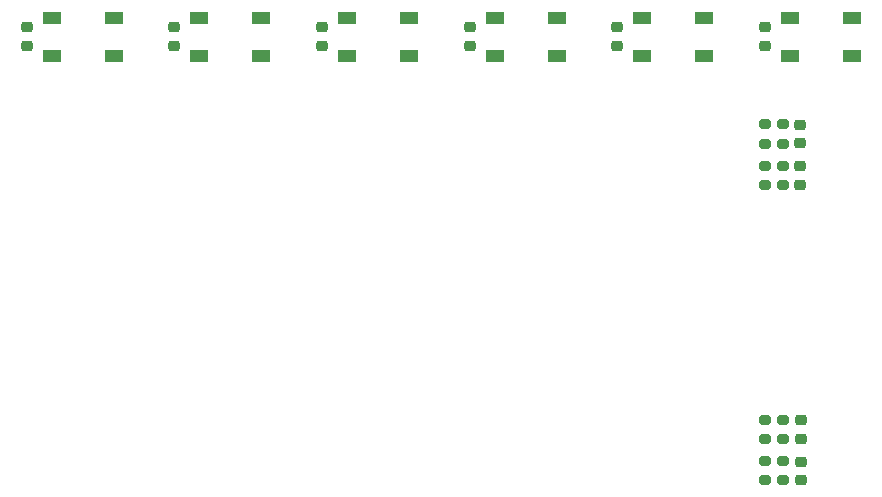
<source format=gbp>
G04 #@! TF.GenerationSoftware,KiCad,Pcbnew,8.0.4*
G04 #@! TF.CreationDate,2024-09-21T08:46:09+10:00*
G04 #@! TF.ProjectId,hsa_r0,6873615f-7230-42e6-9b69-6361645f7063,rev?*
G04 #@! TF.SameCoordinates,Original*
G04 #@! TF.FileFunction,Paste,Bot*
G04 #@! TF.FilePolarity,Positive*
%FSLAX46Y46*%
G04 Gerber Fmt 4.6, Leading zero omitted, Abs format (unit mm)*
G04 Created by KiCad (PCBNEW 8.0.4) date 2024-09-21 08:46:09*
%MOMM*%
%LPD*%
G01*
G04 APERTURE LIST*
G04 Aperture macros list*
%AMRoundRect*
0 Rectangle with rounded corners*
0 $1 Rounding radius*
0 $2 $3 $4 $5 $6 $7 $8 $9 X,Y pos of 4 corners*
0 Add a 4 corners polygon primitive as box body*
4,1,4,$2,$3,$4,$5,$6,$7,$8,$9,$2,$3,0*
0 Add four circle primitives for the rounded corners*
1,1,$1+$1,$2,$3*
1,1,$1+$1,$4,$5*
1,1,$1+$1,$6,$7*
1,1,$1+$1,$8,$9*
0 Add four rect primitives between the rounded corners*
20,1,$1+$1,$2,$3,$4,$5,0*
20,1,$1+$1,$4,$5,$6,$7,0*
20,1,$1+$1,$6,$7,$8,$9,0*
20,1,$1+$1,$8,$9,$2,$3,0*%
G04 Aperture macros list end*
%ADD10RoundRect,0.200000X-0.275000X0.200000X-0.275000X-0.200000X0.275000X-0.200000X0.275000X0.200000X0*%
%ADD11RoundRect,0.225000X0.250000X-0.225000X0.250000X0.225000X-0.250000X0.225000X-0.250000X-0.225000X0*%
%ADD12R,1.550000X1.000000*%
%ADD13RoundRect,0.225000X-0.250000X0.225000X-0.250000X-0.225000X0.250000X-0.225000X0.250000X0.225000X0*%
%ADD14RoundRect,0.200000X0.275000X-0.200000X0.275000X0.200000X-0.275000X0.200000X-0.275000X-0.200000X0*%
G04 APERTURE END LIST*
D10*
X197250000Y-58425000D03*
X197250000Y-60075000D03*
D11*
X198800000Y-81525000D03*
X198800000Y-79975000D03*
X195750000Y-48275000D03*
X195750000Y-46725000D03*
D12*
X197875000Y-49100000D03*
X197875000Y-45900000D03*
X203125000Y-49100000D03*
X203125000Y-45900000D03*
D13*
X198800000Y-83475000D03*
X198800000Y-85025000D03*
D12*
X147875000Y-49100000D03*
X147875000Y-45900000D03*
X153125000Y-49100000D03*
X153125000Y-45900000D03*
X160375000Y-49100000D03*
X160375000Y-45900000D03*
X165625000Y-49100000D03*
X165625000Y-45900000D03*
D14*
X197250000Y-56575000D03*
X197250000Y-54925000D03*
D12*
X185375000Y-49100000D03*
X185375000Y-45900000D03*
X190625000Y-49100000D03*
X190625000Y-45900000D03*
D11*
X145750000Y-48275000D03*
X145750000Y-46725000D03*
D14*
X195750000Y-60075000D03*
X195750000Y-58425000D03*
D10*
X195800000Y-79925000D03*
X195800000Y-81575000D03*
D12*
X135375000Y-49100000D03*
X135375000Y-45900000D03*
X140625000Y-49100000D03*
X140625000Y-45900000D03*
D11*
X183250000Y-48275000D03*
X183250000Y-46725000D03*
D10*
X195750000Y-54925000D03*
X195750000Y-56575000D03*
D11*
X158250000Y-48275000D03*
X158250000Y-46725000D03*
D14*
X197300000Y-81575000D03*
X197300000Y-79925000D03*
D11*
X198750000Y-56525000D03*
X198750000Y-54975000D03*
D14*
X195800000Y-85075000D03*
X195800000Y-83425000D03*
D10*
X197300000Y-83425000D03*
X197300000Y-85075000D03*
D11*
X133250000Y-48275000D03*
X133250000Y-46725000D03*
D12*
X172875000Y-49100000D03*
X172875000Y-45900000D03*
X178125000Y-49100000D03*
X178125000Y-45900000D03*
D11*
X170750000Y-48275000D03*
X170750000Y-46725000D03*
D13*
X198750000Y-58475000D03*
X198750000Y-60025000D03*
M02*

</source>
